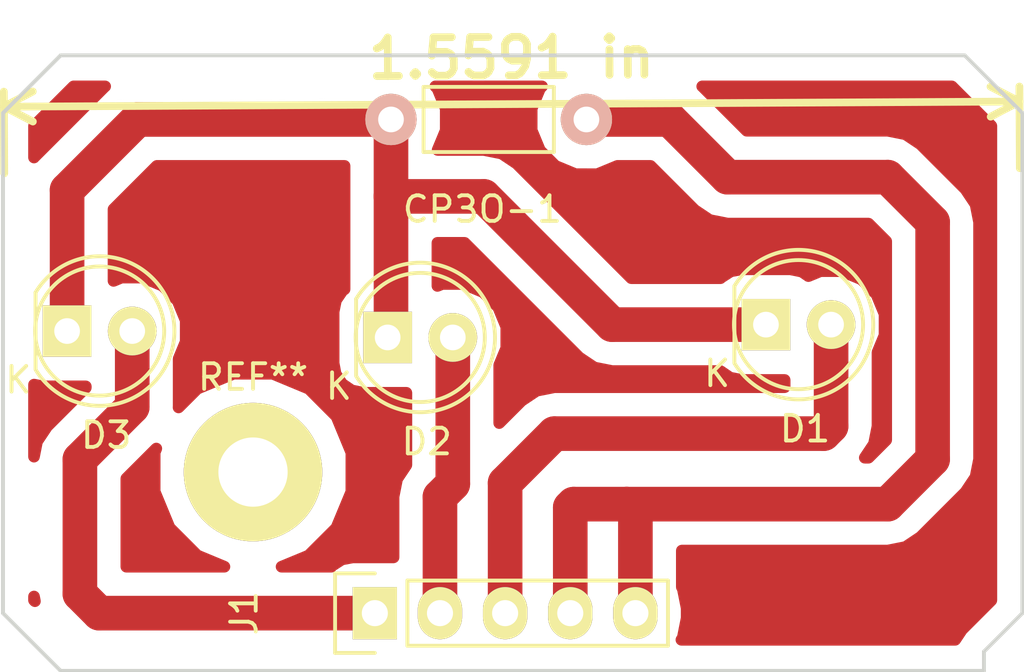
<source format=kicad_pcb>
(kicad_pcb (version 4) (host pcbnew 4.0.0-rc2-stable)

  (general
    (links 8)
    (no_connects 0)
    (area 13.674999 11.265 53.575001 38.075001)
    (thickness 1.6)
    (drawings 10)
    (tracks 35)
    (zones 0)
    (modules 6)
    (nets 6)
  )

  (page A4)
  (title_block
    (title "SRZO en IFF lampjes")
    (date 2016-04-06)
    (rev 0.1a)
    (company ©Sovjet-Simpits.nl)
    (comment 1 "DCS: MiG-21bis")
    (comment 2 "DCS World 1.5.2  Apr-2016")
    (comment 3 "Ontwerp deur Michiel Erasmus")
    (comment 4 "contact theBApodcast@gmail.com")
  )

  (layers
    (0 F.Cu signal)
    (31 B.Cu signal)
    (32 B.Adhes user)
    (33 F.Adhes user)
    (34 B.Paste user)
    (35 F.Paste user)
    (36 B.SilkS user)
    (37 F.SilkS user)
    (38 B.Mask user)
    (39 F.Mask user)
    (40 Dwgs.User user)
    (41 Cmts.User user)
    (42 Eco1.User user)
    (43 Eco2.User user)
    (44 Edge.Cuts user)
    (45 Margin user)
    (46 B.CrtYd user)
    (47 F.CrtYd user)
    (48 B.Fab user)
    (49 F.Fab user)
  )

  (setup
    (last_trace_width 1.35)
    (trace_clearance 0.5)
    (zone_clearance 0.908)
    (zone_45_only no)
    (trace_min 1.2)
    (segment_width 0.2)
    (edge_width 0.15)
    (via_size 0.6)
    (via_drill 0.4)
    (via_min_size 0.4)
    (via_min_drill 0.3)
    (uvia_size 0.3)
    (uvia_drill 0.1)
    (uvias_allowed no)
    (uvia_min_size 0.2)
    (uvia_min_drill 0.1)
    (pcb_text_width 0.3)
    (pcb_text_size 1.5 1.5)
    (mod_edge_width 0.15)
    (mod_text_size 1 1)
    (mod_text_width 0.15)
    (pad_size 1.524 1.524)
    (pad_drill 0.762)
    (pad_to_mask_clearance 0.2)
    (aux_axis_origin 0 0)
    (visible_elements 7FFFFFFF)
    (pcbplotparams
      (layerselection 0x00030_80000001)
      (usegerberextensions false)
      (excludeedgelayer true)
      (linewidth 0.100000)
      (plotframeref false)
      (viasonmask false)
      (mode 1)
      (useauxorigin false)
      (hpglpennumber 1)
      (hpglpenspeed 20)
      (hpglpendiameter 15)
      (hpglpenoverlay 2)
      (psnegative false)
      (psa4output false)
      (plotreference true)
      (plotvalue true)
      (plotinvisibletext false)
      (padsonsilk false)
      (subtractmaskfromsilk false)
      (outputformat 1)
      (mirror false)
      (drillshape 0)
      (scaleselection 1)
      (outputdirectory "GERBERs naar dirtyPCBs.com/"))
  )

  (net 0 "")
  (net 1 /GND)
  (net 2 /D09)
  (net 3 /D08)
  (net 4 /D07)
  (net 5 "Net-(D1-Pad1)")

  (net_class Default "Dit is de standaard class."
    (clearance 0.5)
    (trace_width 1.35)
    (via_dia 0.6)
    (via_drill 0.4)
    (uvia_dia 0.3)
    (uvia_drill 0.1)
    (add_net /D07)
    (add_net /D08)
    (add_net /D09)
    (add_net /GND)
    (add_net "Net-(D1-Pad1)")
  )

  (module Pin_Headers:Pin_Header_Straight_1x05 (layer F.Cu) (tedit 5712A03C) (tstamp 57061FCC)
    (at 28.25 35.75 90)
    (descr "Through hole pin header")
    (tags "pin header")
    (path /57061DC6)
    (fp_text reference J1 (at 0 -5.1 90) (layer F.SilkS)
      (effects (font (size 1 1) (thickness 0.15)))
    )
    (fp_text value HDR_5_LEDs (at 3 5 180) (layer F.Fab)
      (effects (font (size 1 1) (thickness 0.15)))
    )
    (fp_line (start -1.55 0) (end -1.55 -1.55) (layer F.SilkS) (width 0.15))
    (fp_line (start -1.55 -1.55) (end 1.55 -1.55) (layer F.SilkS) (width 0.15))
    (fp_line (start 1.55 -1.55) (end 1.55 0) (layer F.SilkS) (width 0.15))
    (fp_line (start -1.75 -1.75) (end -1.75 11.95) (layer F.CrtYd) (width 0.05))
    (fp_line (start 1.75 -1.75) (end 1.75 11.95) (layer F.CrtYd) (width 0.05))
    (fp_line (start -1.75 -1.75) (end 1.75 -1.75) (layer F.CrtYd) (width 0.05))
    (fp_line (start -1.75 11.95) (end 1.75 11.95) (layer F.CrtYd) (width 0.05))
    (fp_line (start 1.27 1.27) (end 1.27 11.43) (layer F.SilkS) (width 0.15))
    (fp_line (start 1.27 11.43) (end -1.27 11.43) (layer F.SilkS) (width 0.15))
    (fp_line (start -1.27 11.43) (end -1.27 1.27) (layer F.SilkS) (width 0.15))
    (fp_line (start 1.27 1.27) (end -1.27 1.27) (layer F.SilkS) (width 0.15))
    (pad 1 thru_hole rect (at 0 0 90) (size 2.032 1.7272) (drill 1.016) (layers *.Cu *.Mask F.SilkS)
      (net 4 /D07))
    (pad 2 thru_hole oval (at 0 2.54 90) (size 2.032 1.7272) (drill 1.016) (layers *.Cu *.Mask F.SilkS)
      (net 3 /D08))
    (pad 3 thru_hole oval (at 0 5.08 90) (size 2.032 1.7272) (drill 1.016) (layers *.Cu *.Mask F.SilkS)
      (net 2 /D09))
    (pad 4 thru_hole oval (at 0 7.62 90) (size 2.032 1.7272) (drill 1.016) (layers *.Cu *.Mask F.SilkS)
      (net 1 /GND))
    (pad 5 thru_hole oval (at 0 10.16 90) (size 2.032 1.7272) (drill 1.016) (layers *.Cu *.Mask F.SilkS)
      (net 1 /GND))
    (model Pin_Headers.3dshapes/Pin_Header_Straight_1x05.wrl
      (at (xyz 0 -0.2 0))
      (scale (xyz 1 1 1))
      (rotate (xyz 0 0 90))
    )
  )

  (module Resistors_ThroughHole:Resistor_Horizontal_RM7mm (layer F.Cu) (tedit 569FCF07) (tstamp 57114491)
    (at 36.5 16.5 180)
    (descr "Resistor, Axial,  RM 7.62mm, 1/3W,")
    (tags "Resistor Axial RM 7.62mm 1/3W R3")
    (path /570540CA)
    (fp_text reference СРЗО-1 (at 4.05892 -3.50012 180) (layer F.SilkS)
      (effects (font (size 1 1) (thickness 0.15)))
    )
    (fp_text value R (at 3.81 3.81 180) (layer F.Fab)
      (effects (font (size 1 1) (thickness 0.15)))
    )
    (fp_line (start -1.25 -1.5) (end 8.85 -1.5) (layer F.CrtYd) (width 0.05))
    (fp_line (start -1.25 1.5) (end -1.25 -1.5) (layer F.CrtYd) (width 0.05))
    (fp_line (start 8.85 -1.5) (end 8.85 1.5) (layer F.CrtYd) (width 0.05))
    (fp_line (start -1.25 1.5) (end 8.85 1.5) (layer F.CrtYd) (width 0.05))
    (fp_line (start 1.27 -1.27) (end 6.35 -1.27) (layer F.SilkS) (width 0.15))
    (fp_line (start 6.35 -1.27) (end 6.35 1.27) (layer F.SilkS) (width 0.15))
    (fp_line (start 6.35 1.27) (end 1.27 1.27) (layer F.SilkS) (width 0.15))
    (fp_line (start 1.27 1.27) (end 1.27 -1.27) (layer F.SilkS) (width 0.15))
    (pad 1 thru_hole circle (at 0 0 180) (size 1.99898 1.99898) (drill 1.00076) (layers *.Cu *.SilkS *.Mask)
      (net 1 /GND))
    (pad 2 thru_hole circle (at 7.62 0 180) (size 1.99898 1.99898) (drill 1.00076) (layers *.Cu *.SilkS *.Mask)
      (net 5 "Net-(D1-Pad1)"))
  )

  (module LEDs:LED-5MM (layer F.Cu) (tedit 5570F7EA) (tstamp 57114492)
    (at 43.5 24.5)
    (descr "LED 5mm round vertical")
    (tags "LED 5mm round vertical")
    (path /57053E95)
    (fp_text reference D1 (at 1.524 4.064) (layer F.SilkS)
      (effects (font (size 1 1) (thickness 0.15)))
    )
    (fp_text value LED (at 1.524 -3.937) (layer F.Fab)
      (effects (font (size 1 1) (thickness 0.15)))
    )
    (fp_line (start -1.5 -1.55) (end -1.5 1.55) (layer F.CrtYd) (width 0.05))
    (fp_arc (start 1.3 0) (end -1.5 1.55) (angle -302) (layer F.CrtYd) (width 0.05))
    (fp_arc (start 1.27 0) (end -1.23 -1.5) (angle 297.5) (layer F.SilkS) (width 0.15))
    (fp_line (start -1.23 1.5) (end -1.23 -1.5) (layer F.SilkS) (width 0.15))
    (fp_circle (center 1.27 0) (end 0.97 -2.5) (layer F.SilkS) (width 0.15))
    (fp_text user K (at -1.905 1.905) (layer F.SilkS)
      (effects (font (size 1 1) (thickness 0.15)))
    )
    (pad 1 thru_hole rect (at 0 0 90) (size 2 1.9) (drill 1.00076) (layers *.Cu *.Mask F.SilkS)
      (net 5 "Net-(D1-Pad1)"))
    (pad 2 thru_hole circle (at 2.54 0) (size 1.9 1.9) (drill 1.00076) (layers *.Cu *.Mask F.SilkS)
      (net 2 /D09))
    (model LEDs.3dshapes/LED-5MM.wrl
      (at (xyz 0.05 0 0))
      (scale (xyz 1 1 1))
      (rotate (xyz 0 0 90))
    )
  )

  (module LEDs:LED-5MM (layer F.Cu) (tedit 5570F7EA) (tstamp 57114497)
    (at 28.75 25)
    (descr "LED 5mm round vertical")
    (tags "LED 5mm round vertical")
    (path /57053F18)
    (fp_text reference D2 (at 1.524 4.064) (layer F.SilkS)
      (effects (font (size 1 1) (thickness 0.15)))
    )
    (fp_text value LED (at 1.524 -3.937) (layer F.Fab)
      (effects (font (size 1 1) (thickness 0.15)))
    )
    (fp_line (start -1.5 -1.55) (end -1.5 1.55) (layer F.CrtYd) (width 0.05))
    (fp_arc (start 1.3 0) (end -1.5 1.55) (angle -302) (layer F.CrtYd) (width 0.05))
    (fp_arc (start 1.27 0) (end -1.23 -1.5) (angle 297.5) (layer F.SilkS) (width 0.15))
    (fp_line (start -1.23 1.5) (end -1.23 -1.5) (layer F.SilkS) (width 0.15))
    (fp_circle (center 1.27 0) (end 0.97 -2.5) (layer F.SilkS) (width 0.15))
    (fp_text user K (at -1.905 1.905) (layer F.SilkS)
      (effects (font (size 1 1) (thickness 0.15)))
    )
    (pad 1 thru_hole rect (at 0 0 90) (size 2 1.9) (drill 1.00076) (layers *.Cu *.Mask F.SilkS)
      (net 5 "Net-(D1-Pad1)"))
    (pad 2 thru_hole circle (at 2.54 0) (size 1.9 1.9) (drill 1.00076) (layers *.Cu *.Mask F.SilkS)
      (net 3 /D08))
    (model LEDs.3dshapes/LED-5MM.wrl
      (at (xyz 0.05 0 0))
      (scale (xyz 1 1 1))
      (rotate (xyz 0 0 90))
    )
  )

  (module LEDs:LED-5MM (layer F.Cu) (tedit 5570F7EA) (tstamp 5711449C)
    (at 16.25 24.75)
    (descr "LED 5mm round vertical")
    (tags "LED 5mm round vertical")
    (path /57053FD9)
    (fp_text reference D3 (at 1.524 4.064) (layer F.SilkS)
      (effects (font (size 1 1) (thickness 0.15)))
    )
    (fp_text value LED (at 1.524 -3.937) (layer F.Fab)
      (effects (font (size 1 1) (thickness 0.15)))
    )
    (fp_line (start -1.5 -1.55) (end -1.5 1.55) (layer F.CrtYd) (width 0.05))
    (fp_arc (start 1.3 0) (end -1.5 1.55) (angle -302) (layer F.CrtYd) (width 0.05))
    (fp_arc (start 1.27 0) (end -1.23 -1.5) (angle 297.5) (layer F.SilkS) (width 0.15))
    (fp_line (start -1.23 1.5) (end -1.23 -1.5) (layer F.SilkS) (width 0.15))
    (fp_circle (center 1.27 0) (end 0.97 -2.5) (layer F.SilkS) (width 0.15))
    (fp_text user K (at -1.905 1.905) (layer F.SilkS)
      (effects (font (size 1 1) (thickness 0.15)))
    )
    (pad 1 thru_hole rect (at 0 0 90) (size 2 1.9) (drill 1.00076) (layers *.Cu *.Mask F.SilkS)
      (net 5 "Net-(D1-Pad1)"))
    (pad 2 thru_hole circle (at 2.54 0) (size 1.9 1.9) (drill 1.00076) (layers *.Cu *.Mask F.SilkS)
      (net 4 /D07))
    (model LEDs.3dshapes/LED-5MM.wrl
      (at (xyz 0.05 0 0))
      (scale (xyz 1 1 1))
      (rotate (xyz 0 0 90))
    )
  )

  (module Mounting_Holes:MountingHole_2.7mm_Pad (layer F.Cu) (tedit 5712A1E6) (tstamp 5712A1D3)
    (at 23.5 30.25)
    (descr "Mounting Hole 2.7mm")
    (tags "mounting hole 2.7mm")
    (fp_text reference REF** (at 0 -3.7) (layer F.SilkS)
      (effects (font (size 1 1) (thickness 0.15)))
    )
    (fp_text value Hole_2.7mm_Pad (at 0 3.7) (layer F.Fab)
      (effects (font (size 1 1) (thickness 0.15)))
    )
    (fp_circle (center 0 0) (end 2.7 0) (layer Cmts.User) (width 0.15))
    (fp_circle (center 0 0) (end 2.95 0) (layer F.CrtYd) (width 0.05))
    (pad 1 thru_hole circle (at 0 0) (size 5.4 5.4) (drill 2.7) (layers *.Cu *.Mask F.SilkS))
  )

  (dimension 39.600505 (width 0.3) (layer F.SilkS)
    (gr_text 39,601mm (at 33.580056 14.551094 0.2893701634) (layer F.SilkS)
      (effects (font (size 1.5 1.5) (thickness 0.3)))
    )
    (feature1 (pts (xy 53.4 18.4) (xy 53.373238 13.101111)))
    (feature2 (pts (xy 13.8 18.6) (xy 13.773238 13.301111)))
    (crossbar (pts (xy 13.786874 16.001077) (xy 53.386874 15.801077)))
    (arrow1a (pts (xy 53.386874 15.801077) (xy 52.263346 16.39318)))
    (arrow1b (pts (xy 53.386874 15.801077) (xy 52.257423 15.220353)))
    (arrow2a (pts (xy 13.786874 16.001077) (xy 14.916325 16.581801)))
    (arrow2b (pts (xy 13.786874 16.001077) (xy 14.910402 15.408974)))
  )
  (gr_line (start 16 38) (end 52 38) (angle 90) (layer Edge.Cuts) (width 0.15))
  (gr_line (start 16 14) (end 51.25 14) (angle 90) (layer Edge.Cuts) (width 0.15))
  (gr_line (start 52 37.25) (end 52 38) (angle 90) (layer Edge.Cuts) (width 0.15))
  (gr_line (start 53.5 35.75) (end 52 37.25) (angle 90) (layer Edge.Cuts) (width 0.15))
  (gr_line (start 53.5 16.25) (end 53.5 35.75) (angle 90) (layer Edge.Cuts) (width 0.15))
  (gr_line (start 51.25 14) (end 53.5 16.25) (angle 90) (layer Edge.Cuts) (width 0.15))
  (gr_line (start 13.75 16.25) (end 13.75 35.75) (angle 90) (layer Edge.Cuts) (width 0.15))
  (gr_line (start 13.75 35.75) (end 16 38) (angle 90) (layer Edge.Cuts) (width 0.15))
  (gr_line (start 16 14) (end 13.75 16.25) (angle 90) (layer Edge.Cuts) (width 0.15))

  (segment (start 36.5 16.5) (end 39.75 16.5) (width 1.35) (layer F.Cu) (net 1))
  (segment (start 48.25 31.5) (end 38.07 31.5) (width 1.35) (layer F.Cu) (net 1) (tstamp 5712A1C2))
  (segment (start 50 29.75) (end 48.25 31.5) (width 1.35) (layer F.Cu) (net 1) (tstamp 5712A1C1))
  (segment (start 50 20.5) (end 50 29.75) (width 1.35) (layer F.Cu) (net 1) (tstamp 5712A1BD))
  (segment (start 48.25 18.75) (end 50 20.5) (width 1.35) (layer F.Cu) (net 1) (tstamp 5712A1BC))
  (segment (start 42 18.75) (end 48.25 18.75) (width 1.35) (layer F.Cu) (net 1) (tstamp 5712A1B5))
  (segment (start 39.75 16.5) (end 42 18.75) (width 1.35) (layer F.Cu) (net 1) (tstamp 5712A1AE))
  (segment (start 38.41 35.75) (end 38.41 31.84) (width 1.35) (layer F.Cu) (net 1))
  (segment (start 35.87 31.63) (end 35.87 35.75) (width 1.35) (layer F.Cu) (net 1) (tstamp 5712A126))
  (segment (start 36 31.5) (end 35.87 31.63) (width 1.35) (layer F.Cu) (net 1) (tstamp 5712A125))
  (segment (start 38.07 31.5) (end 36 31.5) (width 1.35) (layer F.Cu) (net 1) (tstamp 5712A124))
  (segment (start 38.41 31.84) (end 38.07 31.5) (width 1.35) (layer F.Cu) (net 1) (tstamp 5712A122))
  (segment (start 33.33 35.75) (end 33.33 30.67) (width 1.35) (layer F.Cu) (net 2))
  (segment (start 46.04 28.46) (end 46.04 24.5) (width 1.35) (layer F.Cu) (net 2) (tstamp 5712A137))
  (segment (start 45.75 28.75) (end 46.04 28.46) (width 1.35) (layer F.Cu) (net 2) (tstamp 5712A133))
  (segment (start 35.25 28.75) (end 45.75 28.75) (width 1.35) (layer F.Cu) (net 2) (tstamp 5712A12E))
  (segment (start 33.33 30.67) (end 35.25 28.75) (width 1.35) (layer F.Cu) (net 2) (tstamp 5712A12B))
  (segment (start 31.29 25) (end 31.29 30.71) (width 1.35) (layer F.Cu) (net 3))
  (segment (start 30.79 31.21) (end 30.79 35.75) (width 1.35) (layer F.Cu) (net 3) (tstamp 5712A09F))
  (segment (start 31.29 30.71) (end 30.79 31.21) (width 1.35) (layer F.Cu) (net 3) (tstamp 5712A09E))
  (segment (start 30.75 35.71) (end 30.79 35.75) (width 1.35) (layer F.Cu) (net 3) (tstamp 57114570))
  (segment (start 18.79 24.75) (end 18.79 27.71) (width 1.35) (layer F.Cu) (net 4))
  (segment (start 17.5 35.75) (end 28.25 35.75) (width 1.35) (layer F.Cu) (net 4) (tstamp 5712A1F8))
  (segment (start 16.75 35) (end 17.5 35.75) (width 1.35) (layer F.Cu) (net 4) (tstamp 5712A1F3))
  (segment (start 16.75 29.75) (end 16.75 35) (width 1.35) (layer F.Cu) (net 4) (tstamp 5712A1F1))
  (segment (start 18.79 27.71) (end 16.75 29.75) (width 1.35) (layer F.Cu) (net 4) (tstamp 5712A1F0))
  (segment (start 43.5 24.5) (end 37.5 24.5) (width 1.35) (layer F.Cu) (net 5))
  (segment (start 32.5 19.5) (end 28.88 19.5) (width 1.35) (layer F.Cu) (net 5) (tstamp 5712A0EC))
  (segment (start 37.5 24.5) (end 32.5 19.5) (width 1.35) (layer F.Cu) (net 5) (tstamp 5712A0E7))
  (segment (start 16.25 24.75) (end 16.25 19.25) (width 1.35) (layer F.Cu) (net 5))
  (segment (start 19 16.5) (end 28.88 16.5) (width 1.35) (layer F.Cu) (net 5) (tstamp 5712A0CA))
  (segment (start 16.25 19.25) (end 19 16.5) (width 1.35) (layer F.Cu) (net 5) (tstamp 5712A0C6))
  (segment (start 28.88 16.5) (end 28.88 19.5) (width 1.35) (layer F.Cu) (net 5))
  (segment (start 28.88 19.5) (end 28.88 24.87) (width 1.35) (layer F.Cu) (net 5) (tstamp 5712A0F0))
  (segment (start 28.88 24.87) (end 28.75 25) (width 1.35) (layer F.Cu) (net 5) (tstamp 5712A09B))

  (zone (net 0) (net_name "") (layer F.Cu) (tstamp 5712A211) (hatch edge 0.508)
    (connect_pads (clearance 0.908))
    (min_thickness 0.454)
    (fill yes (arc_segments 16) (thermal_gap 0.508) (thermal_bridge_width 0.508))
    (polygon
      (pts
        (xy 53.5 16.25) (xy 53.5 35.75) (xy 52 37.25) (xy 52 38) (xy 16 38)
        (xy 13.75 35.75) (xy 13.75 16.25) (xy 16 14) (xy 51.25 14) (xy 53.5 16.25)
      )
    )
    (filled_polygon
      (pts
        (xy 52.29 16.751199) (xy 52.29 35.248802) (xy 51.144401 36.394401) (xy 50.882106 36.786953) (xy 50.8815 36.79)
        (xy 40.202592 36.79) (xy 40.256466 36.709372) (xy 40.4086 35.944541) (xy 40.4086 35.555459) (xy 40.256466 34.790628)
        (xy 40.22 34.736053) (xy 40.22 33.31) (xy 48.25 33.31) (xy 48.942657 33.172222) (xy 49.529863 32.779863)
        (xy 51.279863 31.029863) (xy 51.672222 30.442657) (xy 51.81 29.75) (xy 51.81 20.5) (xy 51.672222 19.807343)
        (xy 51.279863 19.220137) (xy 49.529863 17.470137) (xy 48.942657 17.077778) (xy 48.25 16.94) (xy 42.749727 16.94)
        (xy 41.029863 15.220137) (xy 41.014692 15.21) (xy 50.748802 15.21)
      )
    )
    (filled_polygon
      (pts
        (xy 14.996812 35.285614) (xy 14.96 35.248802) (xy 14.96 35.100547)
      )
    )
    (filled_polygon
      (pts
        (xy 19.665667 29.483825) (xy 19.664336 31.009482) (xy 20.24695 32.419515) (xy 21.324811 33.499259) (xy 22.386233 33.94)
        (xy 18.56 33.94) (xy 18.56 30.499726) (xy 19.729409 29.330318)
      )
    )
    (filled_polygon
      (pts
        (xy 27.07 23.120997) (xy 26.993094 23.170485) (xy 26.733939 23.549771) (xy 26.642765 24) (xy 26.642765 26)
        (xy 26.721907 26.420606) (xy 26.970485 26.806906) (xy 27.349771 27.066061) (xy 27.8 27.157235) (xy 29.48 27.157235)
        (xy 29.48 29.97524) (xy 29.117778 30.517343) (xy 28.98 31.21) (xy 28.98 33.576765) (xy 27.3864 33.576765)
        (xy 26.965794 33.655907) (xy 26.579494 33.904485) (xy 26.555228 33.94) (xy 24.612016 33.94) (xy 25.669515 33.50305)
        (xy 26.749259 32.425189) (xy 27.334333 31.016175) (xy 27.335664 29.490518) (xy 26.75305 28.080485) (xy 25.675189 27.000741)
        (xy 24.266175 26.415667) (xy 22.740518 26.414336) (xy 21.330485 26.99695) (xy 20.595989 27.730165) (xy 20.6 27.71)
        (xy 20.6 25.827954) (xy 20.874638 25.166552) (xy 20.875362 24.337087) (xy 20.558608 23.570485) (xy 19.9726 22.983453)
        (xy 19.206552 22.665362) (xy 18.377087 22.664638) (xy 18.06 22.795656) (xy 18.06 19.999726) (xy 19.749726 18.31)
        (xy 27.07 18.31)
      )
    )
    (filled_polygon
      (pts
        (xy 34.691523 15.28933) (xy 34.365881 16.073561) (xy 34.36514 16.922714) (xy 34.689412 17.707512) (xy 35.28933 18.308477)
        (xy 36.073561 18.634119) (xy 36.922714 18.63486) (xy 37.707512 18.310588) (xy 37.708101 18.31) (xy 39.000274 18.31)
        (xy 40.720137 20.029864) (xy 41.307343 20.422222) (xy 42 20.56) (xy 47.500274 20.56) (xy 48.19 21.249726)
        (xy 48.19 29.000274) (xy 47.500274 29.69) (xy 47.35318 29.69) (xy 47.712222 29.152657) (xy 47.85 28.46)
        (xy 47.85 25.577954) (xy 48.124638 24.916552) (xy 48.125362 24.087087) (xy 47.808608 23.320485) (xy 47.2226 22.733453)
        (xy 46.456552 22.415362) (xy 45.627087 22.414638) (xy 45.156536 22.609066) (xy 44.900229 22.433939) (xy 44.45 22.342765)
        (xy 42.55 22.342765) (xy 42.129394 22.421907) (xy 41.743094 22.670485) (xy 41.72976 22.69) (xy 38.249726 22.69)
        (xy 33.779863 18.220137) (xy 33.192657 17.827778) (xy 32.5 17.69) (xy 30.69706 17.69) (xy 31.014119 16.926439)
        (xy 31.01486 16.077286) (xy 30.690588 15.292488) (xy 30.608244 15.21) (xy 34.770991 15.21)
      )
    )
    (filled_polygon
      (pts
        (xy 15.3 26.907235) (xy 16.98 26.907235) (xy 16.98 26.960273) (xy 15.470137 28.470137) (xy 15.077778 29.057343)
        (xy 14.96 29.649453) (xy 14.96 26.838383)
      )
    )
    (filled_polygon
      (pts
        (xy 36.220137 25.779863) (xy 36.807343 26.172222) (xy 37.5 26.31) (xy 41.725013 26.31) (xy 42.099771 26.566061)
        (xy 42.55 26.657235) (xy 44.23 26.657235) (xy 44.23 26.94) (xy 35.25 26.94) (xy 34.557343 27.077778)
        (xy 33.970137 27.470137) (xy 33.1 28.340274) (xy 33.1 26.077954) (xy 33.374638 25.416552) (xy 33.375362 24.587087)
        (xy 33.058608 23.820485) (xy 32.4726 23.233453) (xy 31.706552 22.915362) (xy 30.877087 22.914638) (xy 30.69 22.991941)
        (xy 30.69 21.31) (xy 31.750274 21.31)
      )
    )
    (filled_polygon
      (pts
        (xy 17.720137 15.220137) (xy 14.970137 17.970137) (xy 14.96 17.985308) (xy 14.96 16.751198) (xy 16.501199 15.21)
        (xy 17.735308 15.21)
      )
    )
  )
)

</source>
